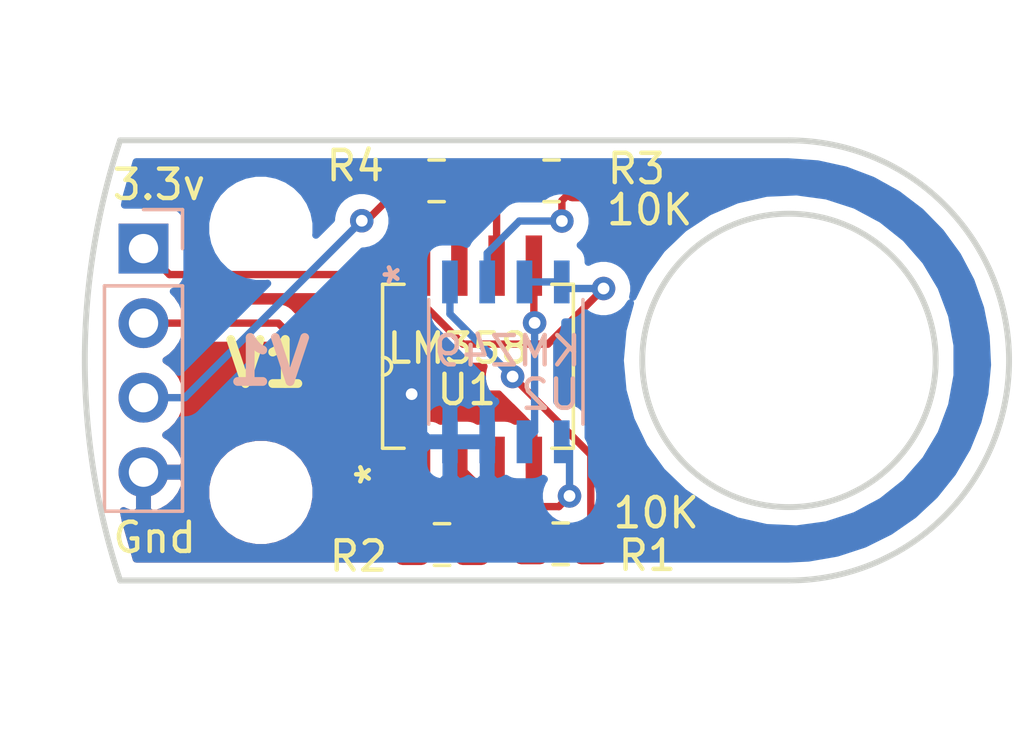
<source format=kicad_pcb>
(kicad_pcb (version 20171130) (host pcbnew "(5.1.6)-1")

  (general
    (thickness 1.6)
    (drawings 21)
    (tracks 56)
    (zones 0)
    (modules 9)
    (nets 11)
  )

  (page A4)
  (layers
    (0 F.Cu signal)
    (31 B.Cu signal)
    (32 B.Adhes user)
    (33 F.Adhes user)
    (34 B.Paste user)
    (35 F.Paste user)
    (36 B.SilkS user)
    (37 F.SilkS user)
    (38 B.Mask user)
    (39 F.Mask user)
    (40 Dwgs.User user hide)
    (41 Cmts.User user)
    (42 Eco1.User user)
    (43 Eco2.User user)
    (44 Edge.Cuts user)
    (45 Margin user)
    (46 B.CrtYd user)
    (47 F.CrtYd user)
    (48 B.Fab user)
    (49 F.Fab user hide)
  )

  (setup
    (last_trace_width 0.25)
    (trace_clearance 0.2)
    (zone_clearance 0.508)
    (zone_45_only no)
    (trace_min 0.2)
    (via_size 0.8)
    (via_drill 0.4)
    (via_min_size 0.4)
    (via_min_drill 0.3)
    (uvia_size 0.3)
    (uvia_drill 0.1)
    (uvias_allowed no)
    (uvia_min_size 0.2)
    (uvia_min_drill 0.1)
    (edge_width 0.05)
    (segment_width 0.2)
    (pcb_text_width 0.3)
    (pcb_text_size 1.5 1.5)
    (mod_edge_width 0.12)
    (mod_text_size 1 1)
    (mod_text_width 0.15)
    (pad_size 1.524 1.524)
    (pad_drill 0.762)
    (pad_to_mask_clearance 0.05)
    (aux_axis_origin 0 0)
    (visible_elements 7FFFFFFF)
    (pcbplotparams
      (layerselection 0x010fc_ffffffff)
      (usegerberextensions false)
      (usegerberattributes true)
      (usegerberadvancedattributes true)
      (creategerberjobfile true)
      (excludeedgelayer true)
      (linewidth 0.100000)
      (plotframeref false)
      (viasonmask false)
      (mode 1)
      (useauxorigin false)
      (hpglpennumber 1)
      (hpglpenspeed 20)
      (hpglpendiameter 15.000000)
      (psnegative false)
      (psa4output false)
      (plotreference true)
      (plotvalue true)
      (plotinvisibletext false)
      (padsonsilk false)
      (subtractmaskfromsilk false)
      (outputformat 1)
      (mirror false)
      (drillshape 0)
      (scaleselection 1)
      (outputdirectory "Gerbers/"))
  )

  (net 0 "")
  (net 1 +3V3)
  (net 2 GND)
  (net 3 "Net-(R1-Pad1)")
  (net 4 Op1GndReference)
  (net 5 SourceSignal1)
  (net 6 AnalogSignal1)
  (net 7 SourceSignal2)
  (net 8 "Net-(R3-Pad1)")
  (net 9 AnalogSignal2)
  (net 10 Op2GndReference)

  (net_class Default "This is the default net class."
    (clearance 0.2)
    (trace_width 0.25)
    (via_dia 0.8)
    (via_drill 0.4)
    (uvia_dia 0.3)
    (uvia_drill 0.1)
    (add_net +3V3)
    (add_net AnalogSignal1)
    (add_net AnalogSignal2)
    (add_net GND)
    (add_net "Net-(R1-Pad1)")
    (add_net "Net-(R3-Pad1)")
    (add_net Op1GndReference)
    (add_net Op2GndReference)
    (add_net SourceSignal1)
    (add_net SourceSignal2)
  )

  (module UsefulModifications:LM358PSR (layer F.Cu) (tedit 619703C4) (tstamp 61931E2F)
    (at 102.6 79.3 90)
    (path /618B4249)
    (fp_text reference U1 (at -0.8 -0.38) (layer F.SilkS)
      (effects (font (size 1 1) (thickness 0.15)))
    )
    (fp_text value LM358 (at 0.61 -0.68) (layer F.SilkS)
      (effects (font (size 1 1) (thickness 0.15)))
    )
    (fp_line (start 4.7117 3.5052) (end -4.7117 3.5052) (layer F.CrtYd) (width 0.05))
    (fp_line (start 4.7117 -3.5052) (end 4.7117 3.5052) (layer F.CrtYd) (width 0.05))
    (fp_line (start -4.7117 -3.5052) (end 4.7117 -3.5052) (layer F.CrtYd) (width 0.05))
    (fp_line (start -4.7117 3.5052) (end -4.7117 -3.5052) (layer F.CrtYd) (width 0.05))
    (fp_line (start 2.794 -2.51714) (end 2.794 -3.2512) (layer F.SilkS) (width 0.12))
    (fp_line (start -2.794 2.51714) (end -2.794 3.2512) (layer F.SilkS) (width 0.12))
    (fp_line (start -2.794 -3.2512) (end -2.794 3.2512) (layer F.Fab) (width 0.1))
    (fp_line (start 2.794 -3.2512) (end -2.794 -3.2512) (layer F.Fab) (width 0.1))
    (fp_line (start 2.794 3.2512) (end 2.794 -3.2512) (layer F.Fab) (width 0.1))
    (fp_line (start -2.794 3.2512) (end 2.794 3.2512) (layer F.Fab) (width 0.1))
    (fp_line (start -2.794 -3.2512) (end -2.794 -2.51714) (layer F.SilkS) (width 0.12))
    (fp_line (start 2.794 -3.2512) (end -2.794 -3.2512) (layer F.SilkS) (width 0.12))
    (fp_line (start 2.794 3.2512) (end 2.794 2.51714) (layer F.SilkS) (width 0.12))
    (fp_line (start -2.794 3.2512) (end 2.794 3.2512) (layer F.SilkS) (width 0.12))
    (fp_line (start 4.1021 -2.159) (end 2.794 -2.159) (layer F.Fab) (width 0.1))
    (fp_line (start 4.1021 -1.651) (end 4.1021 -2.159) (layer F.Fab) (width 0.1))
    (fp_line (start 2.794 -1.651) (end 4.1021 -1.651) (layer F.Fab) (width 0.1))
    (fp_line (start 2.794 -2.159) (end 2.794 -1.651) (layer F.Fab) (width 0.1))
    (fp_line (start 4.1021 -0.889) (end 2.794 -0.889) (layer F.Fab) (width 0.1))
    (fp_line (start 4.1021 -0.381) (end 4.1021 -0.889) (layer F.Fab) (width 0.1))
    (fp_line (start 2.794 -0.381) (end 4.1021 -0.381) (layer F.Fab) (width 0.1))
    (fp_line (start 2.794 -0.889) (end 2.794 -0.381) (layer F.Fab) (width 0.1))
    (fp_line (start 4.1021 0.381) (end 2.794 0.381) (layer F.Fab) (width 0.1))
    (fp_line (start 4.1021 0.889) (end 4.1021 0.381) (layer F.Fab) (width 0.1))
    (fp_line (start 2.794 0.889) (end 4.1021 0.889) (layer F.Fab) (width 0.1))
    (fp_line (start 2.794 0.381) (end 2.794 0.889) (layer F.Fab) (width 0.1))
    (fp_line (start 4.1021 1.651) (end 2.794 1.651) (layer F.Fab) (width 0.1))
    (fp_line (start 4.1021 2.159) (end 4.1021 1.651) (layer F.Fab) (width 0.1))
    (fp_line (start 2.794 2.159) (end 4.1021 2.159) (layer F.Fab) (width 0.1))
    (fp_line (start 2.794 1.651) (end 2.794 2.159) (layer F.Fab) (width 0.1))
    (fp_line (start -4.1021 2.159) (end -2.794 2.159) (layer F.Fab) (width 0.1))
    (fp_line (start -4.1021 1.651) (end -4.1021 2.159) (layer F.Fab) (width 0.1))
    (fp_line (start -2.794 1.651) (end -4.1021 1.651) (layer F.Fab) (width 0.1))
    (fp_line (start -2.794 2.159) (end -2.794 1.651) (layer F.Fab) (width 0.1))
    (fp_line (start -4.1021 0.889) (end -2.794 0.889) (layer F.Fab) (width 0.1))
    (fp_line (start -4.1021 0.381) (end -4.1021 0.889) (layer F.Fab) (width 0.1))
    (fp_line (start -2.794 0.381) (end -4.1021 0.381) (layer F.Fab) (width 0.1))
    (fp_line (start -2.794 0.889) (end -2.794 0.381) (layer F.Fab) (width 0.1))
    (fp_line (start -4.1021 -0.381) (end -2.794 -0.381) (layer F.Fab) (width 0.1))
    (fp_line (start -4.1021 -0.889) (end -4.1021 -0.381) (layer F.Fab) (width 0.1))
    (fp_line (start -2.794 -0.889) (end -4.1021 -0.889) (layer F.Fab) (width 0.1))
    (fp_line (start -2.794 -0.381) (end -2.794 -0.889) (layer F.Fab) (width 0.1))
    (fp_line (start -4.1021 -1.651) (end -2.794 -1.651) (layer F.Fab) (width 0.1))
    (fp_line (start -4.1021 -2.159) (end -4.1021 -1.651) (layer F.Fab) (width 0.1))
    (fp_line (start -2.794 -2.159) (end -4.1021 -2.159) (layer F.Fab) (width 0.1))
    (fp_line (start -2.794 -1.651) (end -2.794 -2.159) (layer F.Fab) (width 0.1))
    (fp_text user "Copyright 2021 Accelerated Designs. All rights reserved." (at 0 0 90) (layer Cmts.User)
      (effects (font (size 0.127 0.127) (thickness 0.002)))
    )
    (fp_text user * (at -3.683 -3.6068 90) (layer F.SilkS)
      (effects (font (size 1 1) (thickness 0.15)))
    )
    (fp_text user * (at -3.683 -3.6068 90) (layer F.Fab)
      (effects (font (size 1 1) (thickness 0.15)))
    )
    (fp_text user .05in/1.27mm (at -6.477 -1.27 90) (layer Dwgs.User)
      (effects (font (size 1 1) (thickness 0.15)))
    )
    (fp_text user .022in/.559mm (at 6.477 -1.905 90) (layer Dwgs.User)
      (effects (font (size 1 1) (thickness 0.15)))
    )
    (fp_text user .27in/6.858mm (at 0 -5.6642 90) (layer Dwgs.User)
      (effects (font (size 1 1) (thickness 0.15)))
    )
    (fp_text user .081in/2.057mm (at -3.429 5.6642 90) (layer Dwgs.User)
      (effects (font (size 1 1) (thickness 0.15)))
    )
    (fp_text user * (at -3.683 -3.6068 90) (layer F.Fab)
      (effects (font (size 1 1) (thickness 0.15)))
    )
    (fp_text user * (at -3.683 -3.6068 90) (layer F.SilkS)
      (effects (font (size 1 1) (thickness 0.15)))
    )
    (fp_arc (start 0 -3.2512) (end -0.3048 -3.2512) (angle -180) (layer F.SilkS) (width 0.12))
    (fp_arc (start 0 -3.2512) (end -0.3048 -3.2512) (angle -180) (layer F.Fab) (width 0.1))
    (pad 1 smd rect (at -3.429 -1.905 90) (size 2.0574 0.5588) (layers F.Cu F.Paste F.Mask)
      (net 6 AnalogSignal1))
    (pad 2 smd rect (at -3.429 -0.635 90) (size 2.0574 0.5588) (layers F.Cu F.Paste F.Mask)
      (net 3 "Net-(R1-Pad1)"))
    (pad 3 smd rect (at -3.429 0.635 90) (size 2.0574 0.5588) (layers F.Cu F.Paste F.Mask)
      (net 4 Op1GndReference))
    (pad 4 smd rect (at -3.429 1.905 90) (size 2.0574 0.5588) (layers F.Cu F.Paste F.Mask)
      (net 2 GND))
    (pad 5 smd rect (at 3.429 1.905 90) (size 2.0574 0.5588) (layers F.Cu F.Paste F.Mask)
      (net 10 Op2GndReference))
    (pad 6 smd rect (at 3.429 0.635 90) (size 2.0574 0.5588) (layers F.Cu F.Paste F.Mask)
      (net 8 "Net-(R3-Pad1)"))
    (pad 7 smd rect (at 3.429 -0.635 90) (size 2.0574 0.5588) (layers F.Cu F.Paste F.Mask)
      (net 9 AnalogSignal2))
    (pad 8 smd rect (at 3.429 -1.905 90) (size 2.0574 0.5588) (layers F.Cu F.Paste F.Mask)
      (net 1 +3V3))
    (model ${KISYS3DMOD}/Package_SO.3dshapes/SOIC-8_3.9x4.9mm_P1.27mm.step
      (at (xyz 0 0 0))
      (scale (xyz 1 1 1))
      (rotate (xyz 0 0 0))
    )
  )

  (module UsefulModifications:KMZ49_118 (layer B.Cu) (tedit 61970118) (tstamp 61931F8F)
    (at 103.55 79.15 270)
    (path /6189BA90)
    (fp_text reference U2 (at 1.11 -1.52) (layer B.SilkS)
      (effects (font (size 1 1) (thickness 0.15)) (justify mirror))
    )
    (fp_text value KMZ49 (at -0.37 -0.06) (layer B.SilkS)
      (effects (font (size 1 1) (thickness 0.15)) (justify mirror))
    )
    (fp_line (start -2.2479 -2.4257) (end -3.7084 -2.4257) (layer B.CrtYd) (width 0.05))
    (fp_line (start -2.2479 -2.7559) (end -2.2479 -2.4257) (layer B.CrtYd) (width 0.05))
    (fp_line (start 2.2479 -2.7559) (end -2.2479 -2.7559) (layer B.CrtYd) (width 0.05))
    (fp_line (start 2.2479 -2.4257) (end 2.2479 -2.7559) (layer B.CrtYd) (width 0.05))
    (fp_line (start 3.7084 -2.4257) (end 2.2479 -2.4257) (layer B.CrtYd) (width 0.05))
    (fp_line (start 3.7084 2.4257) (end 3.7084 -2.4257) (layer B.CrtYd) (width 0.05))
    (fp_line (start 2.2479 2.4257) (end 3.7084 2.4257) (layer B.CrtYd) (width 0.05))
    (fp_line (start 2.2479 2.7559) (end 2.2479 2.4257) (layer B.CrtYd) (width 0.05))
    (fp_line (start -2.2479 2.7559) (end 2.2479 2.7559) (layer B.CrtYd) (width 0.05))
    (fp_line (start -2.2479 2.4257) (end -2.2479 2.7559) (layer B.CrtYd) (width 0.05))
    (fp_line (start -3.7084 2.4257) (end -2.2479 2.4257) (layer B.CrtYd) (width 0.05))
    (fp_line (start -3.7084 -2.4257) (end -3.7084 2.4257) (layer B.CrtYd) (width 0.05))
    (fp_line (start -1.9939 2.5019) (end -1.9939 -2.5019) (layer B.Fab) (width 0.1))
    (fp_line (start 1.9939 2.5019) (end -1.9939 2.5019) (layer B.Fab) (width 0.1))
    (fp_line (start 1.9939 -2.5019) (end 1.9939 2.5019) (layer B.Fab) (width 0.1))
    (fp_line (start -1.9939 -2.5019) (end 1.9939 -2.5019) (layer B.Fab) (width 0.1))
    (fp_line (start 2.1209 2.6289) (end -2.1209 2.6289) (layer B.SilkS) (width 0.12))
    (fp_line (start -2.1209 -2.6289) (end 2.1209 -2.6289) (layer B.SilkS) (width 0.12))
    (fp_line (start 3.0988 2.1463) (end 1.9939 2.1463) (layer B.Fab) (width 0.1))
    (fp_line (start 3.0988 1.6637) (end 3.0988 2.1463) (layer B.Fab) (width 0.1))
    (fp_line (start 1.9939 1.6637) (end 3.0988 1.6637) (layer B.Fab) (width 0.1))
    (fp_line (start 1.9939 2.1463) (end 1.9939 1.6637) (layer B.Fab) (width 0.1))
    (fp_line (start 3.0988 0.8763) (end 1.9939 0.8763) (layer B.Fab) (width 0.1))
    (fp_line (start 3.0988 0.3937) (end 3.0988 0.8763) (layer B.Fab) (width 0.1))
    (fp_line (start 1.9939 0.3937) (end 3.0988 0.3937) (layer B.Fab) (width 0.1))
    (fp_line (start 1.9939 0.8763) (end 1.9939 0.3937) (layer B.Fab) (width 0.1))
    (fp_line (start 3.0988 -0.3937) (end 1.9939 -0.3937) (layer B.Fab) (width 0.1))
    (fp_line (start 3.0988 -0.8763) (end 3.0988 -0.3937) (layer B.Fab) (width 0.1))
    (fp_line (start 1.9939 -0.8763) (end 3.0988 -0.8763) (layer B.Fab) (width 0.1))
    (fp_line (start 1.9939 -0.3937) (end 1.9939 -0.8763) (layer B.Fab) (width 0.1))
    (fp_line (start 3.0988 -1.6637) (end 1.9939 -1.6637) (layer B.Fab) (width 0.1))
    (fp_line (start 3.0988 -2.1463) (end 3.0988 -1.6637) (layer B.Fab) (width 0.1))
    (fp_line (start 1.9939 -2.1463) (end 3.0988 -2.1463) (layer B.Fab) (width 0.1))
    (fp_line (start 1.9939 -1.6637) (end 1.9939 -2.1463) (layer B.Fab) (width 0.1))
    (fp_line (start -3.0988 -2.1463) (end -1.9939 -2.1463) (layer B.Fab) (width 0.1))
    (fp_line (start -3.0988 -1.6637) (end -3.0988 -2.1463) (layer B.Fab) (width 0.1))
    (fp_line (start -1.9939 -1.6637) (end -3.0988 -1.6637) (layer B.Fab) (width 0.1))
    (fp_line (start -1.9939 -2.1463) (end -1.9939 -1.6637) (layer B.Fab) (width 0.1))
    (fp_line (start -3.0988 -0.8763) (end -1.9939 -0.8763) (layer B.Fab) (width 0.1))
    (fp_line (start -3.0988 -0.3937) (end -3.0988 -0.8763) (layer B.Fab) (width 0.1))
    (fp_line (start -1.9939 -0.3937) (end -3.0988 -0.3937) (layer B.Fab) (width 0.1))
    (fp_line (start -1.9939 -0.8763) (end -1.9939 -0.3937) (layer B.Fab) (width 0.1))
    (fp_line (start -3.0988 0.3937) (end -1.9939 0.3937) (layer B.Fab) (width 0.1))
    (fp_line (start -3.0988 0.8763) (end -3.0988 0.3937) (layer B.Fab) (width 0.1))
    (fp_line (start -1.9939 0.8763) (end -3.0988 0.8763) (layer B.Fab) (width 0.1))
    (fp_line (start -1.9939 0.3937) (end -1.9939 0.8763) (layer B.Fab) (width 0.1))
    (fp_line (start -3.0988 1.6637) (end -1.9939 1.6637) (layer B.Fab) (width 0.1))
    (fp_line (start -3.0988 2.1463) (end -3.0988 1.6637) (layer B.Fab) (width 0.1))
    (fp_line (start -1.9939 2.1463) (end -3.0988 2.1463) (layer B.Fab) (width 0.1))
    (fp_line (start -1.9939 1.6637) (end -1.9939 2.1463) (layer B.Fab) (width 0.1))
    (fp_text user "Copyright 2021 Accelerated Designs. All rights reserved." (at 0 0 90) (layer Cmts.User)
      (effects (font (size 0.127 0.127) (thickness 0.002)))
    )
    (fp_text user * (at -2.97815 3.5814 90) (layer B.SilkS)
      (effects (font (size 1 1) (thickness 0.15)) (justify mirror))
    )
    (fp_text user * (at -1.6129 2.4257 90) (layer B.Fab)
      (effects (font (size 1 1) (thickness 0.15)) (justify mirror))
    )
    (fp_text user 0.05in/1.27mm (at -5.77215 1.27 90) (layer Dwgs.User)
      (effects (font (size 1 1) (thickness 0.15)))
    )
    (fp_text user 0.021in/0.533mm (at 5.77215 1.905 90) (layer Dwgs.User)
      (effects (font (size 1 1) (thickness 0.15)))
    )
    (fp_text user 0.214in/5.448mm (at 0 4.9149 90) (layer Dwgs.User)
      (effects (font (size 1 1) (thickness 0.15)))
    )
    (fp_text user 0.058in/1.46mm (at -2.72415 -4.9149 90) (layer Dwgs.User)
      (effects (font (size 1 1) (thickness 0.15)))
    )
    (fp_text user * (at -2.97815 3.5814 90) (layer B.SilkS)
      (effects (font (size 1 1) (thickness 0.15)) (justify mirror))
    )
    (fp_text user * (at -1.6129 2.4257 90) (layer B.Fab)
      (effects (font (size 1 1) (thickness 0.15)) (justify mirror))
    )
    (fp_arc (start 0 2.5019) (end -0.3048 2.5019) (angle 180) (layer B.Fab) (width 0.1))
    (pad 1 smd rect (at -2.72415 1.905 270) (size 1.4605 0.5334) (layers B.Cu B.Paste B.Mask)
      (net 5 SourceSignal1))
    (pad 2 smd rect (at -2.72415 0.635 270) (size 1.4605 0.5334) (layers B.Cu B.Paste B.Mask)
      (net 7 SourceSignal2))
    (pad 3 smd rect (at -2.72415 -0.635 270) (size 1.4605 0.5334) (layers B.Cu B.Paste B.Mask)
      (net 1 +3V3))
    (pad 4 smd rect (at -2.72415 -1.905 270) (size 1.4605 0.5334) (layers B.Cu B.Paste B.Mask)
      (net 1 +3V3))
    (pad 5 smd rect (at 2.72415 -1.905 270) (size 1.4605 0.5334) (layers B.Cu B.Paste B.Mask)
      (net 4 Op1GndReference))
    (pad 6 smd rect (at 2.72415 -0.635 270) (size 1.4605 0.5334) (layers B.Cu B.Paste B.Mask)
      (net 10 Op2GndReference))
    (pad 7 smd rect (at 2.72415 0.635 270) (size 1.4605 0.5334) (layers B.Cu B.Paste B.Mask)
      (net 2 GND))
    (pad 8 smd rect (at 2.72415 1.905 270) (size 1.4605 0.5334) (layers B.Cu B.Paste B.Mask)
      (net 2 GND))
    (model :3DModels:Package_SO.3dshapes/SOIC-8_3.9x4.9mm_P1.27mm.step
      (at (xyz 0 0 0))
      (scale (xyz 1 1 1))
      (rotate (xyz 0 0 0))
    )
  )

  (module Connector_PinHeader_2.54mm:PinHeader_1x04_P2.54mm_Vertical (layer B.Cu) (tedit 6196F846) (tstamp 6193135E)
    (at 91.2 75.289999 180)
    (descr "Through hole straight pin header, 1x04, 2.54mm pitch, single row")
    (tags "Through hole pin header THT 1x04 2.54mm single row")
    (path /618E11C5)
    (fp_text reference J1 (at -2.28 2.179999) (layer Dwgs.User)
      (effects (font (size 1 1) (thickness 0.15)))
    )
    (fp_text value Conn_01x04_Female (at 0 -9.95) (layer Dwgs.User)
      (effects (font (size 1 1) (thickness 0.15)) (justify mirror))
    )
    (fp_line (start -1.33 1.33) (end 0 1.33) (layer B.SilkS) (width 0.12))
    (fp_line (start -1.33 0) (end -1.33 1.33) (layer B.SilkS) (width 0.12))
    (fp_line (start -1.33 -1.27) (end 1.33 -1.27) (layer B.SilkS) (width 0.12))
    (fp_line (start 1.33 -1.27) (end 1.33 -8.95) (layer B.SilkS) (width 0.12))
    (fp_line (start -1.33 -1.27) (end -1.33 -8.95) (layer B.SilkS) (width 0.12))
    (fp_line (start -1.33 -8.95) (end 1.33 -8.95) (layer B.SilkS) (width 0.12))
    (fp_line (start -1.27 0.635) (end -0.635 1.27) (layer B.Fab) (width 0.1))
    (fp_line (start -1.27 -8.89) (end -1.27 0.635) (layer B.Fab) (width 0.1))
    (fp_line (start 1.27 -8.89) (end -1.27 -8.89) (layer B.Fab) (width 0.1))
    (fp_line (start 1.27 1.27) (end 1.27 -8.89) (layer B.Fab) (width 0.1))
    (fp_line (start -0.635 1.27) (end 1.27 1.27) (layer B.Fab) (width 0.1))
    (fp_text user %R (at 0 -3.81 270) (layer B.Fab)
      (effects (font (size 1 1) (thickness 0.15)) (justify mirror))
    )
    (pad 1 thru_hole rect (at 0 0 180) (size 1.7 1.7) (drill 1) (layers *.Cu *.Mask)
      (net 1 +3V3))
    (pad 2 thru_hole oval (at 0 -2.54 180) (size 1.7 1.7) (drill 1) (layers *.Cu *.Mask)
      (net 6 AnalogSignal1))
    (pad 3 thru_hole oval (at 0 -5.08 180) (size 1.7 1.7) (drill 1) (layers *.Cu *.Mask)
      (net 9 AnalogSignal2))
    (pad 4 thru_hole oval (at 0 -7.62 180) (size 1.7 1.7) (drill 1) (layers *.Cu *.Mask)
      (net 2 GND))
    (model ${KISYS3DMOD}/Connector_PinHeader_2.54mm.3dshapes/PinHeader_1x04_P2.54mm_Vertical.wrl
      (at (xyz 0 0 0))
      (scale (xyz 1 1 1))
      (rotate (xyz 0 0 0))
    )
  )

  (module MountingHole:MountingHole_2.5mm (layer F.Cu) (tedit 56D1B4CB) (tstamp 6196E9C2)
    (at 95.2 83.6)
    (descr "Mounting Hole 2.5mm, no annular")
    (tags "mounting hole 2.5mm no annular")
    (attr virtual)
    (fp_text reference REF** (at 0 -3.5) (layer Dwgs.User)
      (effects (font (size 1 1) (thickness 0.15)))
    )
    (fp_text value MountingHole_2.5mm (at 0 3.5) (layer F.Fab)
      (effects (font (size 1 1) (thickness 0.15)))
    )
    (fp_circle (center 0 0) (end 2.75 0) (layer F.CrtYd) (width 0.05))
    (fp_circle (center 0 0) (end 2.5 0) (layer Cmts.User) (width 0.15))
    (fp_text user %R (at 0.3 0) (layer F.Fab)
      (effects (font (size 1 1) (thickness 0.15)))
    )
    (pad 1 np_thru_hole circle (at 0 0) (size 2.5 2.5) (drill 2.5) (layers *.Cu *.Mask))
  )

  (module MountingHole:MountingHole_2.5mm (layer F.Cu) (tedit 56D1B4CB) (tstamp 6196E9A5)
    (at 95.2 74.6)
    (descr "Mounting Hole 2.5mm, no annular")
    (tags "mounting hole 2.5mm no annular")
    (attr virtual)
    (fp_text reference REF** (at 0 -3.5) (layer Dwgs.User)
      (effects (font (size 1 1) (thickness 0.15)))
    )
    (fp_text value MountingHole_2.5mm (at 0 3.5) (layer F.Fab)
      (effects (font (size 1 1) (thickness 0.15)))
    )
    (fp_circle (center 0 0) (end 2.75 0) (layer F.CrtYd) (width 0.05))
    (fp_circle (center 0 0) (end 2.5 0) (layer Cmts.User) (width 0.15))
    (fp_text user %R (at 0.3 0) (layer F.Fab)
      (effects (font (size 1 1) (thickness 0.15)))
    )
    (pad 1 np_thru_hole circle (at 0 0) (size 2.5 2.5) (drill 2.5) (layers *.Cu *.Mask))
  )

  (module Resistor_SMD:R_0805_2012Metric_Pad1.15x1.40mm_HandSolder (layer F.Cu) (tedit 5B36C52B) (tstamp 6193149B)
    (at 105.42 85.35)
    (descr "Resistor SMD 0805 (2012 Metric), square (rectangular) end terminal, IPC_7351 nominal with elongated pad for handsoldering. (Body size source: https://docs.google.com/spreadsheets/d/1BsfQQcO9C6DZCsRaXUlFlo91Tg2WpOkGARC1WS5S8t0/edit?usp=sharing), generated with kicad-footprint-generator")
    (tags "resistor handsolder")
    (path /6189DE68)
    (attr smd)
    (fp_text reference R1 (at 2.95 0.4) (layer F.SilkS)
      (effects (font (size 1 1) (thickness 0.15)))
    )
    (fp_text value 10K (at 3.25 -1.05) (layer F.SilkS)
      (effects (font (size 1 1) (thickness 0.15)))
    )
    (fp_line (start 1.85 0.95) (end -1.85 0.95) (layer F.CrtYd) (width 0.05))
    (fp_line (start 1.85 -0.95) (end 1.85 0.95) (layer F.CrtYd) (width 0.05))
    (fp_line (start -1.85 -0.95) (end 1.85 -0.95) (layer F.CrtYd) (width 0.05))
    (fp_line (start -1.85 0.95) (end -1.85 -0.95) (layer F.CrtYd) (width 0.05))
    (fp_line (start -0.261252 0.71) (end 0.261252 0.71) (layer F.SilkS) (width 0.12))
    (fp_line (start -0.261252 -0.71) (end 0.261252 -0.71) (layer F.SilkS) (width 0.12))
    (fp_line (start 1 0.6) (end -1 0.6) (layer F.Fab) (width 0.1))
    (fp_line (start 1 -0.6) (end 1 0.6) (layer F.Fab) (width 0.1))
    (fp_line (start -1 -0.6) (end 1 -0.6) (layer F.Fab) (width 0.1))
    (fp_line (start -1 0.6) (end -1 -0.6) (layer F.Fab) (width 0.1))
    (fp_text user %R (at 0 0) (layer F.Fab)
      (effects (font (size 0.5 0.5) (thickness 0.08)))
    )
    (pad 1 smd roundrect (at -1.025 0) (size 1.15 1.4) (layers F.Cu F.Paste F.Mask) (roundrect_rratio 0.217391)
      (net 3 "Net-(R1-Pad1)"))
    (pad 2 smd roundrect (at 1.025 0) (size 1.15 1.4) (layers F.Cu F.Paste F.Mask) (roundrect_rratio 0.217391)
      (net 5 SourceSignal1))
    (model ${KISYS3DMOD}/Resistor_SMD.3dshapes/R_0805_2012Metric.wrl
      (at (xyz 0 0 0))
      (scale (xyz 1 1 1))
      (rotate (xyz 0 0 0))
    )
  )

  (module Resistor_SMD:R_0805_2012Metric_Pad1.15x1.40mm_HandSolder (layer F.Cu) (tedit 5B36C52B) (tstamp 6196F53D)
    (at 101.375 85.375 180)
    (descr "Resistor SMD 0805 (2012 Metric), square (rectangular) end terminal, IPC_7351 nominal with elongated pad for handsoldering. (Body size source: https://docs.google.com/spreadsheets/d/1BsfQQcO9C6DZCsRaXUlFlo91Tg2WpOkGARC1WS5S8t0/edit?usp=sharing), generated with kicad-footprint-generator")
    (tags "resistor handsolder")
    (path /6189E497)
    (attr smd)
    (fp_text reference R2 (at 2.85 -0.4) (layer F.SilkS)
      (effects (font (size 1 1) (thickness 0.15)))
    )
    (fp_text value 100K (at 0 1.65) (layer F.Fab)
      (effects (font (size 1 1) (thickness 0.15)))
    )
    (fp_line (start -1 0.6) (end -1 -0.6) (layer F.Fab) (width 0.1))
    (fp_line (start -1 -0.6) (end 1 -0.6) (layer F.Fab) (width 0.1))
    (fp_line (start 1 -0.6) (end 1 0.6) (layer F.Fab) (width 0.1))
    (fp_line (start 1 0.6) (end -1 0.6) (layer F.Fab) (width 0.1))
    (fp_line (start -0.261252 -0.71) (end 0.261252 -0.71) (layer F.SilkS) (width 0.12))
    (fp_line (start -0.261252 0.71) (end 0.261252 0.71) (layer F.SilkS) (width 0.12))
    (fp_line (start -1.85 0.95) (end -1.85 -0.95) (layer F.CrtYd) (width 0.05))
    (fp_line (start -1.85 -0.95) (end 1.85 -0.95) (layer F.CrtYd) (width 0.05))
    (fp_line (start 1.85 -0.95) (end 1.85 0.95) (layer F.CrtYd) (width 0.05))
    (fp_line (start 1.85 0.95) (end -1.85 0.95) (layer F.CrtYd) (width 0.05))
    (fp_text user %R (at 0 0) (layer F.Fab)
      (effects (font (size 0.5 0.5) (thickness 0.08)))
    )
    (pad 2 smd roundrect (at 1.025 0 180) (size 1.15 1.4) (layers F.Cu F.Paste F.Mask) (roundrect_rratio 0.217391)
      (net 6 AnalogSignal1))
    (pad 1 smd roundrect (at -1.025 0 180) (size 1.15 1.4) (layers F.Cu F.Paste F.Mask) (roundrect_rratio 0.217391)
      (net 3 "Net-(R1-Pad1)"))
    (model ${KISYS3DMOD}/Resistor_SMD.3dshapes/R_0805_2012Metric.wrl
      (at (xyz 0 0 0))
      (scale (xyz 1 1 1))
      (rotate (xyz 0 0 0))
    )
  )

  (module Resistor_SMD:R_0805_2012Metric_Pad1.15x1.40mm_HandSolder (layer F.Cu) (tedit 5B36C52B) (tstamp 619314CB)
    (at 105.11 72.98)
    (descr "Resistor SMD 0805 (2012 Metric), square (rectangular) end terminal, IPC_7351 nominal with elongated pad for handsoldering. (Body size source: https://docs.google.com/spreadsheets/d/1BsfQQcO9C6DZCsRaXUlFlo91Tg2WpOkGARC1WS5S8t0/edit?usp=sharing), generated with kicad-footprint-generator")
    (tags "resistor handsolder")
    (path /618E050D)
    (attr smd)
    (fp_text reference R3 (at 2.89 -0.41) (layer F.SilkS)
      (effects (font (size 1 1) (thickness 0.15)))
    )
    (fp_text value 10K (at 3.34 0.99) (layer F.SilkS)
      (effects (font (size 1 1) (thickness 0.15)))
    )
    (fp_line (start 1.85 0.95) (end -1.85 0.95) (layer F.CrtYd) (width 0.05))
    (fp_line (start 1.85 -0.95) (end 1.85 0.95) (layer F.CrtYd) (width 0.05))
    (fp_line (start -1.85 -0.95) (end 1.85 -0.95) (layer F.CrtYd) (width 0.05))
    (fp_line (start -1.85 0.95) (end -1.85 -0.95) (layer F.CrtYd) (width 0.05))
    (fp_line (start -0.261252 0.71) (end 0.261252 0.71) (layer F.SilkS) (width 0.12))
    (fp_line (start -0.261252 -0.71) (end 0.261252 -0.71) (layer F.SilkS) (width 0.12))
    (fp_line (start 1 0.6) (end -1 0.6) (layer F.Fab) (width 0.1))
    (fp_line (start 1 -0.6) (end 1 0.6) (layer F.Fab) (width 0.1))
    (fp_line (start -1 -0.6) (end 1 -0.6) (layer F.Fab) (width 0.1))
    (fp_line (start -1 0.6) (end -1 -0.6) (layer F.Fab) (width 0.1))
    (fp_text user %R (at 0 0) (layer F.Fab)
      (effects (font (size 0.5 0.5) (thickness 0.08)))
    )
    (pad 2 smd roundrect (at 1.025 0) (size 1.15 1.4) (layers F.Cu F.Paste F.Mask) (roundrect_rratio 0.217391)
      (net 7 SourceSignal2))
    (pad 1 smd roundrect (at -1.025 0) (size 1.15 1.4) (layers F.Cu F.Paste F.Mask) (roundrect_rratio 0.217391)
      (net 8 "Net-(R3-Pad1)"))
    (model ${KISYS3DMOD}/Resistor_SMD.3dshapes/R_0805_2012Metric.wrl
      (at (xyz 0 0 0))
      (scale (xyz 1 1 1))
      (rotate (xyz 0 0 0))
    )
  )

  (module Resistor_SMD:R_0805_2012Metric_Pad1.15x1.40mm_HandSolder (layer F.Cu) (tedit 5B36C52B) (tstamp 6193139C)
    (at 101.19 72.98 180)
    (descr "Resistor SMD 0805 (2012 Metric), square (rectangular) end terminal, IPC_7351 nominal with elongated pad for handsoldering. (Body size source: https://docs.google.com/spreadsheets/d/1BsfQQcO9C6DZCsRaXUlFlo91Tg2WpOkGARC1WS5S8t0/edit?usp=sharing), generated with kicad-footprint-generator")
    (tags "resistor handsolder")
    (path /618DED44)
    (attr smd)
    (fp_text reference R4 (at 2.77 0.51) (layer F.SilkS)
      (effects (font (size 1 1) (thickness 0.15)))
    )
    (fp_text value 100K (at 0 1.65) (layer F.Fab)
      (effects (font (size 1 1) (thickness 0.15)))
    )
    (fp_line (start -1 0.6) (end -1 -0.6) (layer F.Fab) (width 0.1))
    (fp_line (start -1 -0.6) (end 1 -0.6) (layer F.Fab) (width 0.1))
    (fp_line (start 1 -0.6) (end 1 0.6) (layer F.Fab) (width 0.1))
    (fp_line (start 1 0.6) (end -1 0.6) (layer F.Fab) (width 0.1))
    (fp_line (start -0.261252 -0.71) (end 0.261252 -0.71) (layer F.SilkS) (width 0.12))
    (fp_line (start -0.261252 0.71) (end 0.261252 0.71) (layer F.SilkS) (width 0.12))
    (fp_line (start -1.85 0.95) (end -1.85 -0.95) (layer F.CrtYd) (width 0.05))
    (fp_line (start -1.85 -0.95) (end 1.85 -0.95) (layer F.CrtYd) (width 0.05))
    (fp_line (start 1.85 -0.95) (end 1.85 0.95) (layer F.CrtYd) (width 0.05))
    (fp_line (start 1.85 0.95) (end -1.85 0.95) (layer F.CrtYd) (width 0.05))
    (fp_text user %R (at 0 0) (layer F.Fab)
      (effects (font (size 0.5 0.5) (thickness 0.08)))
    )
    (pad 1 smd roundrect (at -1.025 0 180) (size 1.15 1.4) (layers F.Cu F.Paste F.Mask) (roundrect_rratio 0.217391)
      (net 8 "Net-(R3-Pad1)"))
    (pad 2 smd roundrect (at 1.025 0 180) (size 1.15 1.4) (layers F.Cu F.Paste F.Mask) (roundrect_rratio 0.217391)
      (net 9 AnalogSignal2))
    (model ${KISYS3DMOD}/Resistor_SMD.3dshapes/R_0805_2012Metric.wrl
      (at (xyz 0 0 0))
      (scale (xyz 1 1 1))
      (rotate (xyz 0 0 0))
    )
  )

  (gr_text 3.3v (at 91.73 73.11) (layer F.SilkS)
    (effects (font (size 1 1) (thickness 0.15)))
  )
  (gr_text Gnd (at 91.58 85.14) (layer F.SilkS)
    (effects (font (size 1 1) (thickness 0.15)))
  )
  (gr_text V1 (at 95.39 79.21) (layer F.SilkS)
    (effects (font (size 1.5 1.5) (thickness 0.3)))
  )
  (gr_text V1 (at 95.48 79.14) (layer B.SilkS)
    (effects (font (size 1.5 1.5) (thickness 0.3)) (justify mirror))
  )
  (gr_circle (center 95.2 83.599999) (end 97.2 83.599999) (layer Dwgs.User) (width 0.2))
  (gr_circle (center 95.2 83.599999) (end 96.45 83.599999) (layer Dwgs.User) (width 0.2))
  (gr_line (start 106.017789 81.050233) (end 106.017789 77.181584) (layer Dwgs.User) (width 0.2))
  (gr_circle (center 91.2 80.369998) (end 91.7 80.369998) (layer Dwgs.User) (width 0.2))
  (gr_circle (center 113.2 79.099999) (end 118.199999 79.099999) (layer Edge.Cuts) (width 0.2))
  (gr_line (start 90.401974 86.599999) (end 113.2 86.599999) (layer Edge.Cuts) (width 0.2))
  (gr_line (start 101.128835 81.050233) (end 106.017789 81.050233) (layer Dwgs.User) (width 0.2))
  (gr_line (start 101.128835 77.181584) (end 101.128835 81.050233) (layer Dwgs.User) (width 0.2))
  (gr_arc (start 113.2 79.099999) (end 90.401974 71.6) (angle -36.4199118) (layer Edge.Cuts) (width 0.2))
  (gr_line (start 106.017789 77.181584) (end 101.128835 77.181584) (layer Dwgs.User) (width 0.2))
  (gr_line (start 90.401974 71.6) (end 113.2 71.599999) (layer Edge.Cuts) (width 0.2))
  (gr_circle (center 91.2 77.829999) (end 91.7 77.829999) (layer Dwgs.User) (width 0.2))
  (gr_circle (center 95.2 74.6) (end 97.2 74.6) (layer Dwgs.User) (width 0.2))
  (gr_arc (start 113.2 79.099999) (end 113.2 86.599999) (angle -180) (layer Edge.Cuts) (width 0.2))
  (gr_circle (center 91.2 82.909998) (end 91.7 82.909998) (layer Dwgs.User) (width 0.2))
  (gr_circle (center 91.2 75.289999) (end 91.7 75.289999) (layer Dwgs.User) (width 0.2))
  (gr_circle (center 95.2 74.6) (end 96.45 74.6) (layer Dwgs.User) (width 0.2))

  (segment (start 100.390999 76.175001) (end 100.695 75.871) (width 0.25) (layer F.Cu) (net 1))
  (segment (start 92.085002 76.175001) (end 100.390999 76.175001) (width 0.25) (layer F.Cu) (net 1))
  (segment (start 91.2 75.289999) (end 92.085002 76.175001) (width 0.25) (layer F.Cu) (net 1))
  (segment (start 104.185 76.42585) (end 105.455 76.42585) (width 0.25) (layer B.Cu) (net 1))
  (via (at 106.88 76.65) (size 0.8) (drill 0.4) (layers F.Cu B.Cu) (net 1))
  (segment (start 105.67915 76.65) (end 105.455 76.42585) (width 0.25) (layer B.Cu) (net 1))
  (segment (start 106.88 76.65) (end 105.67915 76.65) (width 0.25) (layer B.Cu) (net 1))
  (segment (start 100.695 77.1497) (end 102.090302 78.545002) (width 0.25) (layer F.Cu) (net 1))
  (segment (start 104.984998 78.545002) (end 106.88 76.65) (width 0.25) (layer F.Cu) (net 1))
  (segment (start 102.090302 78.545002) (end 104.984998 78.545002) (width 0.25) (layer F.Cu) (net 1))
  (segment (start 100.695 75.871) (end 100.695 77.1497) (width 0.25) (layer F.Cu) (net 1))
  (via (at 100.34 80.25) (size 0.8) (drill 0.4) (layers F.Cu B.Cu) (net 2))
  (segment (start 104.505 82.729) (end 104.505 81.4503) (width 0.25) (layer F.Cu) (net 2))
  (segment (start 103.3047 80.25) (end 100.34 80.25) (width 0.25) (layer F.Cu) (net 2))
  (segment (start 104.505 81.4503) (end 103.3047 80.25) (width 0.25) (layer F.Cu) (net 2))
  (segment (start 104.37 85.375) (end 104.395 85.35) (width 0.25) (layer F.Cu) (net 3))
  (segment (start 102.4 85.375) (end 104.37 85.375) (width 0.25) (layer F.Cu) (net 3))
  (segment (start 102.4 83.164) (end 101.965 82.729) (width 0.25) (layer F.Cu) (net 3))
  (segment (start 102.4 85.375) (end 102.4 83.164) (width 0.25) (layer F.Cu) (net 3))
  (segment (start 105.357299 84.082701) (end 105.72 83.72) (width 0.25) (layer F.Cu) (net 4))
  (via (at 105.72 83.72) (size 0.8) (drill 0.4) (layers F.Cu B.Cu) (net 4))
  (segment (start 103.235 82.729) (end 103.235 84.0077) (width 0.25) (layer F.Cu) (net 4))
  (segment (start 103.310001 84.082701) (end 105.357299 84.082701) (width 0.25) (layer F.Cu) (net 4))
  (segment (start 103.235 84.0077) (end 103.310001 84.082701) (width 0.25) (layer F.Cu) (net 4))
  (segment (start 105.72 82.13915) (end 105.455 81.87415) (width 0.25) (layer B.Cu) (net 4))
  (segment (start 105.72 83.72) (end 105.72 82.13915) (width 0.25) (layer B.Cu) (net 4))
  (via (at 103.78 79.65) (size 0.8) (drill 0.4) (layers F.Cu B.Cu) (net 5))
  (segment (start 106.445 85.35) (end 106.445 82.315) (width 0.25) (layer F.Cu) (net 5))
  (segment (start 106.445 82.315) (end 103.78 79.65) (width 0.25) (layer F.Cu) (net 5))
  (segment (start 101.645 77.515) (end 101.645 76.42585) (width 0.25) (layer B.Cu) (net 5))
  (segment (start 103.78 79.65) (end 101.645 77.515) (width 0.25) (layer B.Cu) (net 5))
  (segment (start 100.35 83.074) (end 100.695 82.729) (width 0.25) (layer F.Cu) (net 6))
  (segment (start 100.35 85.375) (end 100.35 83.074) (width 0.25) (layer F.Cu) (net 6))
  (segment (start 95.795999 77.829999) (end 100.695 82.729) (width 0.25) (layer F.Cu) (net 6))
  (segment (start 91.2 77.829999) (end 95.795999 77.829999) (width 0.25) (layer F.Cu) (net 6))
  (via (at 105.46 74.35) (size 0.8) (drill 0.4) (layers F.Cu B.Cu) (net 7))
  (segment (start 102.915 76.42585) (end 102.915 75.4456) (width 0.25) (layer B.Cu) (net 7))
  (segment (start 104.0106 74.35) (end 105.46 74.35) (width 0.25) (layer B.Cu) (net 7))
  (segment (start 102.915 75.4456) (end 104.0106 74.35) (width 0.25) (layer B.Cu) (net 7))
  (segment (start 105.46 73.655) (end 106.135 72.98) (width 0.25) (layer F.Cu) (net 7))
  (segment (start 105.46 74.35) (end 105.46 73.655) (width 0.25) (layer F.Cu) (net 7))
  (segment (start 102.215 72.98) (end 104.085 72.98) (width 0.25) (layer F.Cu) (net 8))
  (segment (start 103.235 73.83) (end 103.235 75.871) (width 0.25) (layer F.Cu) (net 8))
  (segment (start 104.085 72.98) (end 103.235 73.83) (width 0.25) (layer F.Cu) (net 8))
  (segment (start 101.965 74.78) (end 101.965 75.871) (width 0.25) (layer F.Cu) (net 9))
  (segment (start 100.165 72.98) (end 101.965 74.78) (width 0.25) (layer F.Cu) (net 9))
  (via (at 98.64 74.34) (size 0.8) (drill 0.4) (layers F.Cu B.Cu) (net 9))
  (segment (start 91.2 80.369999) (end 92.610001 80.369999) (width 0.25) (layer B.Cu) (net 9))
  (segment (start 92.610001 80.369999) (end 98.64 74.34) (width 0.25) (layer B.Cu) (net 9))
  (segment (start 98.805 74.34) (end 100.165 72.98) (width 0.25) (layer F.Cu) (net 9))
  (segment (start 98.64 74.34) (end 98.805 74.34) (width 0.25) (layer F.Cu) (net 9))
  (via (at 104.53 77.82) (size 0.8) (drill 0.4) (layers F.Cu B.Cu) (net 10))
  (segment (start 104.505 77.795) (end 104.53 77.82) (width 0.25) (layer F.Cu) (net 10))
  (segment (start 104.505 75.871) (end 104.505 77.795) (width 0.25) (layer F.Cu) (net 10))
  (segment (start 104.53 81.52915) (end 104.185 81.87415) (width 0.25) (layer B.Cu) (net 10))
  (segment (start 104.53 77.82) (end 104.53 81.52915) (width 0.25) (layer B.Cu) (net 10))

  (zone (net 2) (net_name GND) (layer F.Cu) (tstamp 61970AEB) (hatch edge 0.508)
    (connect_pads (clearance 0.508))
    (min_thickness 0.254)
    (fill yes (arc_segments 32) (thermal_gap 0.508) (thermal_bridge_width 0.508))
    (polygon
      (pts
        (xy 120.7 70.29) (xy 121.21 89.96) (xy 86.419944 89.989991) (xy 86.42 90) (xy 86.41 89.99)
        (xy 86.419944 89.989991) (xy 86.31 70.27)
      )
    )
    (filled_polygon
      (pts
        (xy 99.654381 82.763183) (xy 99.644454 82.781754) (xy 99.62853 82.834252) (xy 99.600998 82.925014) (xy 99.594048 82.995576)
        (xy 99.586324 83.074) (xy 99.590001 83.111332) (xy 99.590001 84.155386) (xy 99.531613 84.186595) (xy 99.397038 84.297038)
        (xy 99.286595 84.431613) (xy 99.204528 84.585149) (xy 99.153992 84.751745) (xy 99.136928 84.924999) (xy 99.136928 85.825001)
        (xy 99.140867 85.864999) (xy 90.956742 85.864999) (xy 90.588855 84.574372) (xy 90.518869 84.224445) (xy 90.568748 84.254156)
        (xy 90.843109 84.35148) (xy 91.073 84.230813) (xy 91.073 83.036999) (xy 91.327 83.036999) (xy 91.327 84.230813)
        (xy 91.556891 84.35148) (xy 91.831252 84.254156) (xy 92.081355 84.105177) (xy 92.297588 83.910268) (xy 92.471641 83.676919)
        (xy 92.596707 83.414344) (xy 93.315 83.414344) (xy 93.315 83.785656) (xy 93.387439 84.149834) (xy 93.529534 84.492882)
        (xy 93.735825 84.801618) (xy 93.998382 85.064175) (xy 94.307118 85.270466) (xy 94.650166 85.412561) (xy 95.014344 85.485)
        (xy 95.385656 85.485) (xy 95.749834 85.412561) (xy 96.092882 85.270466) (xy 96.401618 85.064175) (xy 96.664175 84.801618)
        (xy 96.870466 84.492882) (xy 97.012561 84.149834) (xy 97.085 83.785656) (xy 97.085 83.414344) (xy 97.012561 83.050166)
        (xy 96.870466 82.707118) (xy 96.664175 82.398382) (xy 96.401618 82.135825) (xy 96.092882 81.929534) (xy 95.749834 81.787439)
        (xy 95.385656 81.715) (xy 95.014344 81.715) (xy 94.650166 81.787439) (xy 94.307118 81.929534) (xy 93.998382 82.135825)
        (xy 93.735825 82.398382) (xy 93.529534 82.707118) (xy 93.387439 83.050166) (xy 93.315 83.414344) (xy 92.596707 83.414344)
        (xy 92.596825 83.414098) (xy 92.641476 83.266889) (xy 92.520155 83.036999) (xy 91.327 83.036999) (xy 91.073 83.036999)
        (xy 91.053 83.036999) (xy 91.053 82.782999) (xy 91.073 82.782999) (xy 91.073 82.762999) (xy 91.327 82.762999)
        (xy 91.327 82.782999) (xy 92.520155 82.782999) (xy 92.641476 82.553109) (xy 92.596825 82.4059) (xy 92.471641 82.143079)
        (xy 92.297588 81.90973) (xy 92.081355 81.714821) (xy 91.964466 81.645194) (xy 92.146632 81.523474) (xy 92.353475 81.316631)
        (xy 92.51599 81.07341) (xy 92.627932 80.803157) (xy 92.685 80.516259) (xy 92.685 80.223739) (xy 92.627932 79.936841)
        (xy 92.51599 79.666588) (xy 92.353475 79.423367) (xy 92.146632 79.216524) (xy 91.97224 79.099999) (xy 92.146632 78.983474)
        (xy 92.353475 78.776631) (xy 92.478178 78.589999) (xy 95.481198 78.589999)
      )
    )
    (filled_polygon
      (pts
        (xy 104.632 82.602) (xy 104.652 82.602) (xy 104.652 82.856) (xy 104.632 82.856) (xy 104.632 82.876)
        (xy 104.378 82.876) (xy 104.378 82.856) (xy 104.358 82.856) (xy 104.358 82.602) (xy 104.378 82.602)
        (xy 104.378 82.582) (xy 104.632 82.582)
      )
    )
    (filled_polygon
      (pts
        (xy 99.789788 77.024182) (xy 99.826098 77.14388) (xy 99.885063 77.254194) (xy 99.960318 77.345892) (xy 99.989454 77.441946)
        (xy 100.060026 77.573976) (xy 100.116708 77.643042) (xy 100.155 77.689701) (xy 100.183998 77.713499) (xy 101.526503 79.056005)
        (xy 101.550301 79.085003) (xy 101.579299 79.108801) (xy 101.666025 79.179976) (xy 101.744416 79.221877) (xy 101.798055 79.250548)
        (xy 101.941316 79.294005) (xy 102.052969 79.305002) (xy 102.052979 79.305002) (xy 102.090301 79.308678) (xy 102.127624 79.305002)
        (xy 102.802627 79.305002) (xy 102.784774 79.348102) (xy 102.745 79.548061) (xy 102.745 79.751939) (xy 102.784774 79.951898)
        (xy 102.862795 80.140256) (xy 102.976063 80.309774) (xy 103.120226 80.453937) (xy 103.289744 80.567205) (xy 103.478102 80.645226)
        (xy 103.678061 80.685) (xy 103.740199 80.685) (xy 104.127754 81.072555) (xy 104.099643 81.074784) (xy 103.980031 81.111376)
        (xy 103.869891 81.170581) (xy 103.868894 81.169763) (xy 103.75858 81.110798) (xy 103.638882 81.074488) (xy 103.5144 81.062228)
        (xy 102.9556 81.062228) (xy 102.831118 81.074488) (xy 102.71142 81.110798) (xy 102.601106 81.169763) (xy 102.6 81.170671)
        (xy 102.598894 81.169763) (xy 102.48858 81.110798) (xy 102.368882 81.074488) (xy 102.2444 81.062228) (xy 101.6856 81.062228)
        (xy 101.561118 81.074488) (xy 101.44142 81.110798) (xy 101.331106 81.169763) (xy 101.33 81.170671) (xy 101.328894 81.169763)
        (xy 101.21858 81.110798) (xy 101.098882 81.074488) (xy 100.9744 81.062228) (xy 100.4156 81.062228) (xy 100.291118 81.074488)
        (xy 100.17142 81.110798) (xy 100.158504 81.117702) (xy 96.359803 77.319002) (xy 96.336 77.289998) (xy 96.220275 77.195025)
        (xy 96.088246 77.124453) (xy 95.944985 77.080996) (xy 95.833332 77.069999) (xy 95.833321 77.069999) (xy 95.795999 77.066323)
        (xy 95.758677 77.069999) (xy 92.478178 77.069999) (xy 92.387976 76.935001) (xy 99.781005 76.935001)
      )
    )
  )
  (zone (net 2) (net_name GND) (layer B.Cu) (tstamp 61970AE8) (hatch edge 0.508)
    (connect_pads (clearance 0.508))
    (min_thickness 0.254)
    (fill yes (arc_segments 32) (thermal_gap 0.508) (thermal_bridge_width 0.508))
    (polygon
      (pts
        (xy 121.12 90.16) (xy 86.47 89.86) (xy 86.310082 70.34) (xy 120.52 70.24)
      )
    )
    (polygon
      (pts
        (xy 86.310082 70.34) (xy 86.31 70.34) (xy 86.31 70.33)
      )
    )
    (filled_polygon
      (pts
        (xy 114.176293 72.40777) (xy 115.132131 72.618799) (xy 116.047499 72.965601) (xy 116.903211 73.440908) (xy 117.681345 74.034762)
        (xy 118.365605 74.734725) (xy 118.941654 75.526134) (xy 119.397424 76.392413) (xy 119.723368 77.315409) (xy 119.912656 78.275785)
        (xy 119.961327 79.253439) (xy 119.868358 80.227868) (xy 119.635699 81.178669) (xy 119.26822 82.085932) (xy 118.77362 82.930644)
        (xy 118.162267 83.695105) (xy 117.44696 84.363308) (xy 116.642685 84.921253) (xy 115.766288 85.357255) (xy 114.836128 85.662176)
        (xy 113.863457 85.83106) (xy 113.181714 85.864999) (xy 90.956742 85.864999) (xy 90.588855 84.574372) (xy 90.518869 84.224445)
        (xy 90.568748 84.254156) (xy 90.843109 84.35148) (xy 91.073 84.230813) (xy 91.073 83.036999) (xy 91.327 83.036999)
        (xy 91.327 84.230813) (xy 91.556891 84.35148) (xy 91.831252 84.254156) (xy 92.081355 84.105177) (xy 92.297588 83.910268)
        (xy 92.471641 83.676919) (xy 92.596707 83.414344) (xy 93.315 83.414344) (xy 93.315 83.785656) (xy 93.387439 84.149834)
        (xy 93.529534 84.492882) (xy 93.735825 84.801618) (xy 93.998382 85.064175) (xy 94.307118 85.270466) (xy 94.650166 85.412561)
        (xy 95.014344 85.485) (xy 95.385656 85.485) (xy 95.749834 85.412561) (xy 96.092882 85.270466) (xy 96.401618 85.064175)
        (xy 96.664175 84.801618) (xy 96.870466 84.492882) (xy 97.012561 84.149834) (xy 97.085 83.785656) (xy 97.085 83.414344)
        (xy 97.012561 83.050166) (xy 96.870466 82.707118) (xy 96.797957 82.5986) (xy 100.740254 82.5986) (xy 100.751383 82.723188)
        (xy 100.786603 82.843211) (xy 100.844562 82.954056) (xy 100.923032 83.051465) (xy 101.018998 83.131693) (xy 101.128772 83.191658)
        (xy 101.248135 83.229054) (xy 101.35925 83.2394) (xy 101.518 83.08065) (xy 101.518 82.00115) (xy 101.772 82.00115)
        (xy 101.772 83.08065) (xy 101.93075 83.2394) (xy 102.041865 83.229054) (xy 102.161228 83.191658) (xy 102.271002 83.131693)
        (xy 102.28 83.124171) (xy 102.288998 83.131693) (xy 102.398772 83.191658) (xy 102.518135 83.229054) (xy 102.62925 83.2394)
        (xy 102.788 83.08065) (xy 102.788 82.00115) (xy 101.772 82.00115) (xy 101.518 82.00115) (xy 100.90205 82.00115)
        (xy 100.7433 82.1599) (xy 100.740254 82.5986) (xy 96.797957 82.5986) (xy 96.664175 82.398382) (xy 96.401618 82.135825)
        (xy 96.092882 81.929534) (xy 95.749834 81.787439) (xy 95.385656 81.715) (xy 95.014344 81.715) (xy 94.650166 81.787439)
        (xy 94.307118 81.929534) (xy 93.998382 82.135825) (xy 93.735825 82.398382) (xy 93.529534 82.707118) (xy 93.387439 83.050166)
        (xy 93.315 83.414344) (xy 92.596707 83.414344) (xy 92.596825 83.414098) (xy 92.641476 83.266889) (xy 92.520155 83.036999)
        (xy 91.327 83.036999) (xy 91.073 83.036999) (xy 91.053 83.036999) (xy 91.053 82.782999) (xy 91.073 82.782999)
        (xy 91.073 82.762999) (xy 91.327 82.762999) (xy 91.327 82.782999) (xy 92.520155 82.782999) (xy 92.641476 82.553109)
        (xy 92.596825 82.4059) (xy 92.471641 82.143079) (xy 92.297588 81.90973) (xy 92.081355 81.714821) (xy 91.964466 81.645194)
        (xy 92.146632 81.523474) (xy 92.353475 81.316631) (xy 92.465014 81.1497) (xy 100.740254 81.1497) (xy 100.7433 81.5884)
        (xy 100.90205 81.74715) (xy 101.518 81.74715) (xy 101.518 80.66765) (xy 101.772 80.66765) (xy 101.772 81.74715)
        (xy 102.788 81.74715) (xy 102.788 80.66765) (xy 102.62925 80.5089) (xy 102.518135 80.519246) (xy 102.398772 80.556642)
        (xy 102.288998 80.616607) (xy 102.28 80.624129) (xy 102.271002 80.616607) (xy 102.161228 80.556642) (xy 102.041865 80.519246)
        (xy 101.93075 80.5089) (xy 101.772 80.66765) (xy 101.518 80.66765) (xy 101.35925 80.5089) (xy 101.248135 80.519246)
        (xy 101.128772 80.556642) (xy 101.018998 80.616607) (xy 100.923032 80.696835) (xy 100.844562 80.794244) (xy 100.786603 80.905089)
        (xy 100.751383 81.025112) (xy 100.740254 81.1497) (xy 92.465014 81.1497) (xy 92.478178 81.129999) (xy 92.572679 81.129999)
        (xy 92.610001 81.133675) (xy 92.647323 81.129999) (xy 92.647334 81.129999) (xy 92.758987 81.119002) (xy 92.902248 81.075545)
        (xy 93.034277 81.004973) (xy 93.150002 80.91) (xy 93.173805 80.880996) (xy 98.359201 75.6956) (xy 100.740228 75.6956)
        (xy 100.740228 77.1561) (xy 100.752488 77.280582) (xy 100.788798 77.40028) (xy 100.847763 77.510594) (xy 100.885407 77.556463)
        (xy 100.895997 77.663985) (xy 100.934618 77.791302) (xy 100.939454 77.807246) (xy 101.010026 77.939276) (xy 101.040378 77.976259)
        (xy 101.104999 78.055001) (xy 101.134003 78.078804) (xy 102.745 79.689802) (xy 102.745 79.751939) (xy 102.784774 79.951898)
        (xy 102.862795 80.140256) (xy 102.976063 80.309774) (xy 103.120226 80.453937) (xy 103.202765 80.509088) (xy 103.20075 80.5089)
        (xy 103.042 80.66765) (xy 103.042 81.74715) (xy 103.062 81.74715) (xy 103.062 82.00115) (xy 103.042 82.00115)
        (xy 103.042 83.08065) (xy 103.20075 83.2394) (xy 103.311865 83.229054) (xy 103.431228 83.191658) (xy 103.541002 83.131693)
        (xy 103.55034 83.123886) (xy 103.563806 83.134937) (xy 103.67412 83.193902) (xy 103.793818 83.230212) (xy 103.9183 83.242472)
        (xy 104.4517 83.242472) (xy 104.576182 83.230212) (xy 104.69588 83.193902) (xy 104.806194 83.134937) (xy 104.82 83.123607)
        (xy 104.833806 83.134937) (xy 104.857633 83.147673) (xy 104.802795 83.229744) (xy 104.724774 83.418102) (xy 104.685 83.618061)
        (xy 104.685 83.821939) (xy 104.724774 84.021898) (xy 104.802795 84.210256) (xy 104.916063 84.379774) (xy 105.060226 84.523937)
        (xy 105.229744 84.637205) (xy 105.418102 84.715226) (xy 105.618061 84.755) (xy 105.821939 84.755) (xy 106.021898 84.715226)
        (xy 106.210256 84.637205) (xy 106.379774 84.523937) (xy 106.523937 84.379774) (xy 106.637205 84.210256) (xy 106.715226 84.021898)
        (xy 106.755 83.821939) (xy 106.755 83.618061) (xy 106.715226 83.418102) (xy 106.637205 83.229744) (xy 106.523937 83.060226)
        (xy 106.48 83.016289) (xy 106.48 82.176483) (xy 106.483677 82.13915) (xy 106.469003 81.990164) (xy 106.457859 81.953426)
        (xy 106.425546 81.846903) (xy 106.359772 81.72385) (xy 106.359772 81.1439) (xy 106.347512 81.019418) (xy 106.311202 80.89972)
        (xy 106.252237 80.789406) (xy 106.172885 80.692715) (xy 106.076194 80.613363) (xy 105.96588 80.554398) (xy 105.846182 80.518088)
        (xy 105.7217 80.505828) (xy 105.29 80.505828) (xy 105.29 78.523711) (xy 105.333937 78.479774) (xy 105.447205 78.310256)
        (xy 105.525226 78.121898) (xy 105.565 77.921939) (xy 105.565 77.794172) (xy 105.7217 77.794172) (xy 105.846182 77.781912)
        (xy 105.96588 77.745602) (xy 106.076194 77.686637) (xy 106.172885 77.607285) (xy 106.252237 77.510594) (xy 106.266127 77.484607)
        (xy 106.389744 77.567205) (xy 106.578102 77.645226) (xy 106.778061 77.685) (xy 106.981939 77.685) (xy 107.181898 77.645226)
        (xy 107.370256 77.567205) (xy 107.539774 77.453937) (xy 107.683937 77.309774) (xy 107.79301 77.146535) (xy 107.537486 78.072404)
        (xy 107.445001 79.099999) (xy 107.537486 80.127594) (xy 107.811969 81.122161) (xy 108.259628 82.051734) (xy 108.866074 82.886436)
        (xy 109.611817 83.599438) (xy 110.472886 84.167825) (xy 111.421608 84.573328) (xy 112.427488 84.802914) (xy 113.458197 84.849203)
        (xy 114.480608 84.710708) (xy 115.461859 84.39188) (xy 116.370412 83.902967) (xy 117.177065 83.259683) (xy 117.855892 82.482703)
        (xy 118.385075 81.596999) (xy 118.747605 80.631041) (xy 118.931831 79.615873) (xy 118.931831 78.584125) (xy 118.747605 77.568957)
        (xy 118.385075 76.602999) (xy 117.855892 75.717295) (xy 117.177065 74.940315) (xy 116.370412 74.297031) (xy 115.461859 73.808118)
        (xy 114.480608 73.48929) (xy 113.458197 73.350795) (xy 112.427488 73.397084) (xy 111.421608 73.62667) (xy 110.472886 74.032173)
        (xy 109.611817 74.60056) (xy 108.866074 75.313562) (xy 108.259628 76.148264) (xy 107.877061 76.942672) (xy 107.915 76.751939)
        (xy 107.915 76.548061) (xy 107.875226 76.348102) (xy 107.797205 76.159744) (xy 107.683937 75.990226) (xy 107.539774 75.846063)
        (xy 107.370256 75.732795) (xy 107.181898 75.654774) (xy 106.981939 75.615) (xy 106.778061 75.615) (xy 106.578102 75.654774)
        (xy 106.389744 75.732795) (xy 106.359772 75.752822) (xy 106.359772 75.6956) (xy 106.347512 75.571118) (xy 106.311202 75.45142)
        (xy 106.252237 75.341106) (xy 106.172885 75.244415) (xy 106.088279 75.174981) (xy 106.119774 75.153937) (xy 106.263937 75.009774)
        (xy 106.377205 74.840256) (xy 106.455226 74.651898) (xy 106.495 74.451939) (xy 106.495 74.248061) (xy 106.455226 74.048102)
        (xy 106.377205 73.859744) (xy 106.263937 73.690226) (xy 106.119774 73.546063) (xy 105.950256 73.432795) (xy 105.761898 73.354774)
        (xy 105.561939 73.315) (xy 105.358061 73.315) (xy 105.158102 73.354774) (xy 104.969744 73.432795) (xy 104.800226 73.546063)
        (xy 104.756289 73.59) (xy 104.047922 73.59) (xy 104.010599 73.586324) (xy 103.973276 73.59) (xy 103.973267 73.59)
        (xy 103.861614 73.600997) (xy 103.718353 73.644454) (xy 103.586324 73.715026) (xy 103.586322 73.715027) (xy 103.586323 73.715027)
        (xy 103.499596 73.786201) (xy 103.499592 73.786205) (xy 103.470599 73.809999) (xy 103.446805 73.838992) (xy 102.403998 74.881801)
        (xy 102.375 74.905599) (xy 102.351202 74.934597) (xy 102.351201 74.934598) (xy 102.280026 75.021324) (xy 102.217195 75.138872)
        (xy 102.15588 75.106098) (xy 102.036182 75.069788) (xy 101.9117 75.057528) (xy 101.3783 75.057528) (xy 101.253818 75.069788)
        (xy 101.13412 75.106098) (xy 101.023806 75.165063) (xy 100.927115 75.244415) (xy 100.847763 75.341106) (xy 100.788798 75.45142)
        (xy 100.752488 75.571118) (xy 100.740228 75.6956) (xy 98.359201 75.6956) (xy 98.679802 75.375) (xy 98.741939 75.375)
        (xy 98.941898 75.335226) (xy 99.130256 75.257205) (xy 99.299774 75.143937) (xy 99.443937 74.999774) (xy 99.557205 74.830256)
        (xy 99.635226 74.641898) (xy 99.675 74.441939) (xy 99.675 74.238061) (xy 99.635226 74.038102) (xy 99.557205 73.849744)
        (xy 99.443937 73.680226) (xy 99.299774 73.536063) (xy 99.130256 73.422795) (xy 98.941898 73.344774) (xy 98.741939 73.305)
        (xy 98.538061 73.305) (xy 98.338102 73.344774) (xy 98.149744 73.422795) (xy 97.980226 73.536063) (xy 97.836063 73.680226)
        (xy 97.722795 73.849744) (xy 97.644774 74.038102) (xy 97.605 74.238061) (xy 97.605 74.300198) (xy 97.076423 74.828775)
        (xy 97.085 74.785656) (xy 97.085 74.414344) (xy 97.012561 74.050166) (xy 96.870466 73.707118) (xy 96.664175 73.398382)
        (xy 96.401618 73.135825) (xy 96.092882 72.929534) (xy 95.749834 72.787439) (xy 95.385656 72.715) (xy 95.014344 72.715)
        (xy 94.650166 72.787439) (xy 94.307118 72.929534) (xy 93.998382 73.135825) (xy 93.735825 73.398382) (xy 93.529534 73.707118)
        (xy 93.387439 74.050166) (xy 93.315 74.414344) (xy 93.315 74.785656) (xy 93.387439 75.149834) (xy 93.529534 75.492882)
        (xy 93.735825 75.801618) (xy 93.998382 76.064175) (xy 94.307118 76.270466) (xy 94.650166 76.412561) (xy 95.014344 76.485)
        (xy 95.385656 76.485) (xy 95.428775 76.476423) (xy 92.404888 79.500311) (xy 92.353475 79.423367) (xy 92.146632 79.216524)
        (xy 91.97224 79.099999) (xy 92.146632 78.983474) (xy 92.353475 78.776631) (xy 92.51599 78.53341) (xy 92.627932 78.263157)
        (xy 92.685 77.976259) (xy 92.685 77.683739) (xy 92.627932 77.396841) (xy 92.51599 77.126588) (xy 92.353475 76.883367)
        (xy 92.22162 76.751512) (xy 92.29418 76.729501) (xy 92.404494 76.670536) (xy 92.501185 76.591184) (xy 92.580537 76.494493)
        (xy 92.639502 76.384179) (xy 92.675812 76.264481) (xy 92.688072 76.139999) (xy 92.688072 74.439999) (xy 92.675812 74.315517)
        (xy 92.639502 74.195819) (xy 92.580537 74.085505) (xy 92.501185 73.988814) (xy 92.404494 73.909462) (xy 92.29418 73.850497)
        (xy 92.174482 73.814187) (xy 92.05 73.801927) (xy 90.558179 73.801927) (xy 90.625915 73.474555) (xy 90.954832 72.335)
        (xy 113.173353 72.334998)
      )
    )
  )
)

</source>
